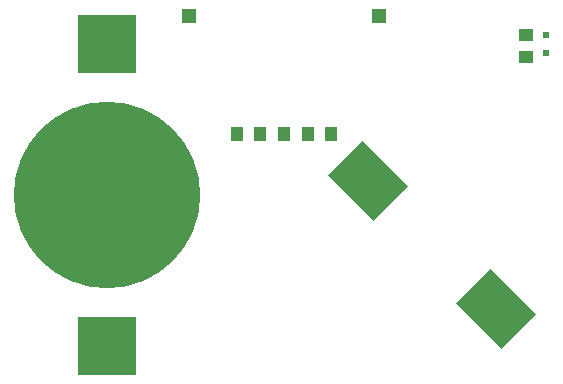
<source format=gbr>
G04 DipTrace 3.3.1.1*
G04 TopPaste.gbr*
%MOIN*%
G04 #@! TF.FileFunction,Paste,Top*
G04 #@! TF.Part,Single*
%AMOUTLINE2*
4,1,4,
0.019487,-0.133626,
-0.133626,0.019487,
-0.019487,0.133626,
0.133626,-0.019487,
0.019487,-0.133626,
0*%
%ADD41R,0.03937X0.047244*%
%ADD43R,0.051181X0.047244*%
%ADD52R,0.051181X0.043307*%
%ADD58C,0.622047*%
%ADD60R,0.192913X0.192913*%
%ADD64R,0.023622X0.023622*%
%ADD70OUTLINE2*%
%FSLAX26Y26*%
G04*
G70*
G90*
G75*
G01*
G04 TopPaste*
%LPD*%
D64*
X2272638Y1948672D3*
Y1889617D3*
D60*
X807076Y913387D3*
D58*
Y1417324D3*
D60*
Y1921261D3*
D70*
X2103887Y1036173D3*
X1677953Y1462108D3*
D52*
X2203887Y1875986D3*
Y1950789D3*
D43*
X1714567Y2011812D3*
X1080709D3*
D41*
X1397638Y1618112D3*
X1476378D3*
X1318898D3*
X1240157D3*
X1555118D3*
M02*

</source>
